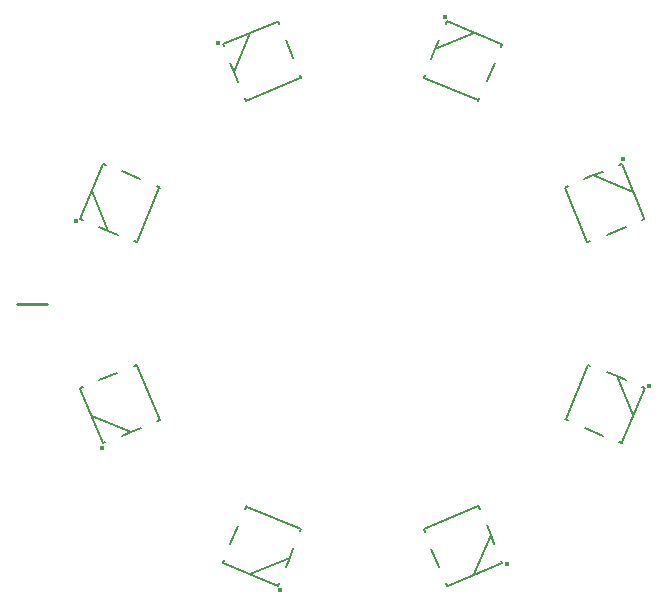
<source format=gto>
G75*
%MOIN*%
%OFA0B0*%
%FSLAX25Y25*%
%IPPOS*%
%LPD*%
%AMOC8*
5,1,8,0,0,1.08239X$1,22.5*
%
%ADD10C,0.01000*%
%ADD11C,0.00800*%
%ADD12C,0.01600*%
D10*
X0071250Y0186250D02*
X0081250Y0186250D01*
D11*
X0098393Y0211864D02*
X0101534Y0210562D01*
X0096122Y0223628D01*
X0099641Y0232648D02*
X0099632Y0232652D01*
X0092147Y0214581D01*
X0092969Y0214240D01*
X0101534Y0210562D02*
X0104675Y0209261D01*
X0110233Y0207078D02*
X0111073Y0206730D01*
X0118532Y0224737D01*
X0118550Y0224729D01*
X0118627Y0224914D01*
X0117703Y0225296D01*
X0112144Y0227816D02*
X0105954Y0230379D01*
X0100707Y0232423D02*
X0099718Y0232833D01*
X0099641Y0232648D01*
X0140051Y0271971D02*
X0139710Y0272793D01*
X0157781Y0280278D01*
X0157785Y0280269D01*
X0157970Y0280346D01*
X0158379Y0279357D01*
X0160645Y0274202D02*
X0163209Y0268012D01*
X0165358Y0262299D02*
X0165741Y0261375D01*
X0165556Y0261299D01*
X0165549Y0261317D01*
X0147542Y0253859D01*
X0147194Y0254700D01*
X0144808Y0260173D02*
X0143507Y0263314D01*
X0148918Y0276380D01*
X0142205Y0266455D02*
X0143507Y0263314D01*
X0206668Y0261443D02*
X0207016Y0262283D01*
X0206668Y0261443D02*
X0224674Y0253984D01*
X0224667Y0253966D01*
X0224851Y0253889D01*
X0225234Y0254813D01*
X0227753Y0260372D02*
X0230317Y0266562D01*
X0232361Y0271809D02*
X0232770Y0272798D01*
X0232586Y0272875D01*
X0232589Y0272884D01*
X0214518Y0280369D01*
X0214178Y0279547D01*
X0211801Y0274123D02*
X0210500Y0270982D01*
X0223566Y0276394D01*
X0210500Y0270982D02*
X0209199Y0267841D01*
X0253788Y0224942D02*
X0254629Y0225290D01*
X0253788Y0224942D02*
X0261246Y0206935D01*
X0261228Y0206928D01*
X0261305Y0206743D01*
X0262228Y0207126D01*
X0267941Y0209275D02*
X0274131Y0211839D01*
X0279286Y0214104D02*
X0280275Y0214514D01*
X0280198Y0214699D01*
X0280207Y0214703D01*
X0272722Y0232774D01*
X0271900Y0232433D01*
X0266385Y0230278D02*
X0263243Y0228977D01*
X0276309Y0223565D01*
X0263243Y0228977D02*
X0260102Y0227676D01*
X0261412Y0165886D02*
X0262253Y0165537D01*
X0261412Y0165886D02*
X0253954Y0147879D01*
X0253935Y0147887D01*
X0253859Y0147702D01*
X0254783Y0147319D01*
X0260342Y0144800D02*
X0266532Y0142236D01*
X0271779Y0140193D02*
X0272768Y0139783D01*
X0272844Y0139968D01*
X0272853Y0139964D01*
X0280339Y0158035D01*
X0279516Y0158376D01*
X0274093Y0160752D02*
X0270952Y0162053D01*
X0276364Y0148988D01*
X0270952Y0162053D02*
X0267811Y0163354D01*
X0224942Y0118678D02*
X0225290Y0117837D01*
X0224942Y0118678D02*
X0206935Y0111219D01*
X0206928Y0111238D01*
X0206743Y0111161D01*
X0207125Y0110237D01*
X0209275Y0104525D02*
X0211839Y0098335D01*
X0214104Y0093180D02*
X0214514Y0092191D01*
X0214699Y0092268D01*
X0214702Y0092258D01*
X0232774Y0099744D01*
X0232433Y0100566D01*
X0230278Y0106081D02*
X0228977Y0109222D01*
X0223565Y0096157D01*
X0228977Y0109222D02*
X0227676Y0112364D01*
X0165806Y0111144D02*
X0165458Y0110304D01*
X0165806Y0111144D02*
X0147800Y0118603D01*
X0147808Y0118621D01*
X0147623Y0118698D01*
X0147240Y0117774D01*
X0144721Y0112215D02*
X0142157Y0106025D01*
X0140113Y0100778D02*
X0139704Y0099789D01*
X0139889Y0099712D01*
X0139885Y0099703D01*
X0157956Y0092218D01*
X0158297Y0093040D01*
X0160673Y0098464D02*
X0161974Y0101605D01*
X0148908Y0096193D01*
X0161974Y0101605D02*
X0163275Y0104746D01*
X0118675Y0147555D02*
X0117834Y0147206D01*
X0118675Y0147555D02*
X0111216Y0165561D01*
X0111235Y0165569D01*
X0111158Y0165753D01*
X0110234Y0165371D01*
X0104522Y0163221D02*
X0098332Y0160657D01*
X0093176Y0158392D02*
X0092188Y0157982D01*
X0092264Y0157798D01*
X0092255Y0157794D01*
X0099740Y0139723D01*
X0100563Y0140063D01*
X0106078Y0142218D02*
X0109219Y0143519D01*
X0096154Y0148931D01*
X0109219Y0143519D02*
X0112360Y0144820D01*
D12*
X0099304Y0138059D03*
X0158824Y0090733D03*
X0234437Y0099307D03*
X0281824Y0158903D03*
X0273159Y0234437D03*
X0213651Y0281854D03*
X0138046Y0273230D03*
X0090662Y0213713D03*
M02*

</source>
